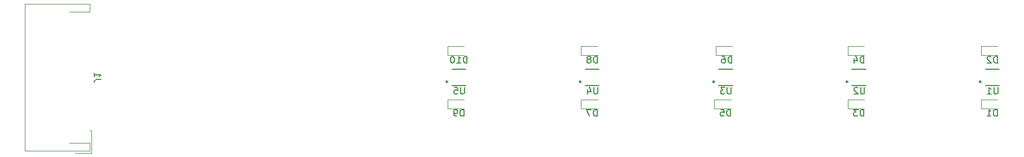
<source format=gbr>
%TF.GenerationSoftware,KiCad,Pcbnew,(5.1.7)-1*%
%TF.CreationDate,2020-11-11T22:14:19+01:00*%
%TF.ProjectId,rgb_sensor_v2,7267625f-7365-46e7-936f-725f76322e6b,rev?*%
%TF.SameCoordinates,Original*%
%TF.FileFunction,Legend,Bot*%
%TF.FilePolarity,Positive*%
%FSLAX46Y46*%
G04 Gerber Fmt 4.6, Leading zero omitted, Abs format (unit mm)*
G04 Created by KiCad (PCBNEW (5.1.7)-1) date 2020-11-11 22:14:19*
%MOMM*%
%LPD*%
G01*
G04 APERTURE LIST*
%ADD10C,0.120000*%
%ADD11C,0.250000*%
%ADD12C,0.150000*%
G04 APERTURE END LIST*
D10*
%TO.C,J1*%
X90010000Y-107340000D02*
X93010000Y-107340000D01*
X93010000Y-107340000D02*
X93010000Y-108560000D01*
X93010000Y-108560000D02*
X83290000Y-108560000D01*
X83290000Y-108560000D02*
X83290000Y-97500000D01*
X90010000Y-87660000D02*
X93010000Y-87660000D01*
X93010000Y-87660000D02*
X93010000Y-86440000D01*
X93010000Y-86440000D02*
X83290000Y-86440000D01*
X83290000Y-86440000D02*
X83290000Y-97500000D01*
X93060000Y-105500000D02*
X93310000Y-105500000D01*
X93310000Y-105500000D02*
X93310000Y-108860000D01*
X93310000Y-108860000D02*
X90810000Y-108860000D01*
D11*
%TO.C,U5*%
X146725000Y-98149999D02*
G75*
G03*
X146725000Y-98149999I-125000J0D01*
G01*
D12*
X147362500Y-98724999D02*
X147362500Y-98737499D01*
X147362500Y-96262499D02*
X147362500Y-96274998D01*
X147362500Y-96262499D02*
X149437500Y-96262499D01*
X149437500Y-98725000D02*
X149437500Y-98737499D01*
X149437500Y-96262499D02*
X149437500Y-96274998D01*
X147362500Y-98737499D02*
X149437500Y-98737499D01*
D11*
%TO.C,U4*%
X166725000Y-98149999D02*
G75*
G03*
X166725000Y-98149999I-125000J0D01*
G01*
D12*
X167362500Y-98724999D02*
X167362500Y-98737499D01*
X167362500Y-96262499D02*
X167362500Y-96274998D01*
X167362500Y-96262499D02*
X169437500Y-96262499D01*
X169437500Y-98725000D02*
X169437500Y-98737499D01*
X169437500Y-96262499D02*
X169437500Y-96274998D01*
X167362500Y-98737499D02*
X169437500Y-98737499D01*
D11*
%TO.C,U3*%
X186725000Y-98149999D02*
G75*
G03*
X186725000Y-98149999I-125000J0D01*
G01*
D12*
X187362500Y-98724999D02*
X187362500Y-98737499D01*
X187362500Y-96262499D02*
X187362500Y-96274998D01*
X187362500Y-96262499D02*
X189437500Y-96262499D01*
X189437500Y-98725000D02*
X189437500Y-98737499D01*
X189437500Y-96262499D02*
X189437500Y-96274998D01*
X187362500Y-98737499D02*
X189437500Y-98737499D01*
D11*
%TO.C,U2*%
X206725000Y-98149999D02*
G75*
G03*
X206725000Y-98149999I-125000J0D01*
G01*
D12*
X207362500Y-98724999D02*
X207362500Y-98737499D01*
X207362500Y-96262499D02*
X207362500Y-96274998D01*
X207362500Y-96262499D02*
X209437500Y-96262499D01*
X209437500Y-98725000D02*
X209437500Y-98737499D01*
X209437500Y-96262499D02*
X209437500Y-96274998D01*
X207362500Y-98737499D02*
X209437500Y-98737499D01*
D11*
%TO.C,U1*%
X226725000Y-98149999D02*
G75*
G03*
X226725000Y-98149999I-125000J0D01*
G01*
D12*
X227362500Y-98724999D02*
X227362500Y-98737499D01*
X227362500Y-96262499D02*
X227362500Y-96274998D01*
X227362500Y-96262499D02*
X229437500Y-96262499D01*
X229437500Y-98725000D02*
X229437500Y-98737499D01*
X229437500Y-96262499D02*
X229437500Y-96274998D01*
X227362500Y-98737499D02*
X229437500Y-98737499D01*
D10*
%TO.C,D10*%
X149200000Y-94185000D02*
X146715000Y-94185000D01*
X146715000Y-94185000D02*
X146715000Y-92815000D01*
X146715000Y-92815000D02*
X149200000Y-92815000D01*
%TO.C,D9*%
X149200000Y-102185000D02*
X146715000Y-102185000D01*
X146715000Y-102185000D02*
X146715000Y-100815000D01*
X146715000Y-100815000D02*
X149200000Y-100815000D01*
%TO.C,D8*%
X169200000Y-94185000D02*
X166715000Y-94185000D01*
X166715000Y-94185000D02*
X166715000Y-92815000D01*
X166715000Y-92815000D02*
X169200000Y-92815000D01*
%TO.C,D7*%
X169200000Y-102185000D02*
X166715000Y-102185000D01*
X166715000Y-102185000D02*
X166715000Y-100815000D01*
X166715000Y-100815000D02*
X169200000Y-100815000D01*
%TO.C,D6*%
X189387500Y-94185000D02*
X186902500Y-94185000D01*
X186902500Y-94185000D02*
X186902500Y-92815000D01*
X186902500Y-92815000D02*
X189387500Y-92815000D01*
%TO.C,D5*%
X189200000Y-102185000D02*
X186715000Y-102185000D01*
X186715000Y-102185000D02*
X186715000Y-100815000D01*
X186715000Y-100815000D02*
X189200000Y-100815000D01*
%TO.C,D4*%
X209200000Y-94185000D02*
X206715000Y-94185000D01*
X206715000Y-94185000D02*
X206715000Y-92815000D01*
X206715000Y-92815000D02*
X209200000Y-92815000D01*
%TO.C,D3*%
X209200000Y-102185000D02*
X206715000Y-102185000D01*
X206715000Y-102185000D02*
X206715000Y-100815000D01*
X206715000Y-100815000D02*
X209200000Y-100815000D01*
%TO.C,D2*%
X229200000Y-94185000D02*
X226715000Y-94185000D01*
X226715000Y-94185000D02*
X226715000Y-92815000D01*
X226715000Y-92815000D02*
X229200000Y-92815000D01*
%TO.C,D1*%
X229200000Y-102185000D02*
X226715000Y-102185000D01*
X226715000Y-102185000D02*
X226715000Y-100815000D01*
X226715000Y-100815000D02*
X229200000Y-100815000D01*
%TO.C,J1*%
D12*
X94747619Y-97833333D02*
X94033333Y-97833333D01*
X93890476Y-97880952D01*
X93795238Y-97976190D01*
X93747619Y-98119047D01*
X93747619Y-98214285D01*
X93747619Y-96833333D02*
X93747619Y-97404761D01*
X93747619Y-97119047D02*
X94747619Y-97119047D01*
X94604761Y-97214285D01*
X94509523Y-97309523D01*
X94461904Y-97404761D01*
%TO.C,U5*%
X149221904Y-98989879D02*
X149221904Y-99799403D01*
X149174285Y-99894641D01*
X149126666Y-99942260D01*
X149031428Y-99989879D01*
X148840952Y-99989879D01*
X148745714Y-99942260D01*
X148698095Y-99894641D01*
X148650476Y-99799403D01*
X148650476Y-98989879D01*
X147698095Y-98989879D02*
X148174285Y-98989879D01*
X148221904Y-99466070D01*
X148174285Y-99418451D01*
X148079047Y-99370832D01*
X147840952Y-99370832D01*
X147745714Y-99418451D01*
X147698095Y-99466070D01*
X147650476Y-99561308D01*
X147650476Y-99799403D01*
X147698095Y-99894641D01*
X147745714Y-99942260D01*
X147840952Y-99989879D01*
X148079047Y-99989879D01*
X148174285Y-99942260D01*
X148221904Y-99894641D01*
%TO.C,U4*%
X169221904Y-98989879D02*
X169221904Y-99799403D01*
X169174285Y-99894641D01*
X169126666Y-99942260D01*
X169031428Y-99989879D01*
X168840952Y-99989879D01*
X168745714Y-99942260D01*
X168698095Y-99894641D01*
X168650476Y-99799403D01*
X168650476Y-98989879D01*
X167745714Y-99323213D02*
X167745714Y-99989879D01*
X167983809Y-98942260D02*
X168221904Y-99656546D01*
X167602857Y-99656546D01*
%TO.C,U3*%
X189221904Y-98989879D02*
X189221904Y-99799403D01*
X189174285Y-99894641D01*
X189126666Y-99942260D01*
X189031428Y-99989879D01*
X188840952Y-99989879D01*
X188745714Y-99942260D01*
X188698095Y-99894641D01*
X188650476Y-99799403D01*
X188650476Y-98989879D01*
X188269523Y-98989879D02*
X187650476Y-98989879D01*
X187983809Y-99370832D01*
X187840952Y-99370832D01*
X187745714Y-99418451D01*
X187698095Y-99466070D01*
X187650476Y-99561308D01*
X187650476Y-99799403D01*
X187698095Y-99894641D01*
X187745714Y-99942260D01*
X187840952Y-99989879D01*
X188126666Y-99989879D01*
X188221904Y-99942260D01*
X188269523Y-99894641D01*
%TO.C,U2*%
X209221904Y-98989879D02*
X209221904Y-99799403D01*
X209174285Y-99894641D01*
X209126666Y-99942260D01*
X209031428Y-99989879D01*
X208840952Y-99989879D01*
X208745714Y-99942260D01*
X208698095Y-99894641D01*
X208650476Y-99799403D01*
X208650476Y-98989879D01*
X208221904Y-99085118D02*
X208174285Y-99037499D01*
X208079047Y-98989879D01*
X207840952Y-98989879D01*
X207745714Y-99037499D01*
X207698095Y-99085118D01*
X207650476Y-99180356D01*
X207650476Y-99275594D01*
X207698095Y-99418451D01*
X208269523Y-99989879D01*
X207650476Y-99989879D01*
%TO.C,U1*%
X229221904Y-98989879D02*
X229221904Y-99799403D01*
X229174285Y-99894641D01*
X229126666Y-99942260D01*
X229031428Y-99989879D01*
X228840952Y-99989879D01*
X228745714Y-99942260D01*
X228698095Y-99894641D01*
X228650476Y-99799403D01*
X228650476Y-98989879D01*
X227650476Y-99989879D02*
X228221904Y-99989879D01*
X227936190Y-99989879D02*
X227936190Y-98989879D01*
X228031428Y-99132737D01*
X228126666Y-99227975D01*
X228221904Y-99275594D01*
%TO.C,D10*%
X149614285Y-95332380D02*
X149614285Y-94332380D01*
X149376190Y-94332380D01*
X149233333Y-94380000D01*
X149138095Y-94475238D01*
X149090476Y-94570476D01*
X149042857Y-94760952D01*
X149042857Y-94903809D01*
X149090476Y-95094285D01*
X149138095Y-95189523D01*
X149233333Y-95284761D01*
X149376190Y-95332380D01*
X149614285Y-95332380D01*
X148090476Y-95332380D02*
X148661904Y-95332380D01*
X148376190Y-95332380D02*
X148376190Y-94332380D01*
X148471428Y-94475238D01*
X148566666Y-94570476D01*
X148661904Y-94618095D01*
X147471428Y-94332380D02*
X147376190Y-94332380D01*
X147280952Y-94380000D01*
X147233333Y-94427619D01*
X147185714Y-94522857D01*
X147138095Y-94713333D01*
X147138095Y-94951428D01*
X147185714Y-95141904D01*
X147233333Y-95237142D01*
X147280952Y-95284761D01*
X147376190Y-95332380D01*
X147471428Y-95332380D01*
X147566666Y-95284761D01*
X147614285Y-95237142D01*
X147661904Y-95141904D01*
X147709523Y-94951428D01*
X147709523Y-94713333D01*
X147661904Y-94522857D01*
X147614285Y-94427619D01*
X147566666Y-94380000D01*
X147471428Y-94332380D01*
%TO.C,D9*%
X149138095Y-103332380D02*
X149138095Y-102332380D01*
X148900000Y-102332380D01*
X148757142Y-102380000D01*
X148661904Y-102475238D01*
X148614285Y-102570476D01*
X148566666Y-102760952D01*
X148566666Y-102903809D01*
X148614285Y-103094285D01*
X148661904Y-103189523D01*
X148757142Y-103284761D01*
X148900000Y-103332380D01*
X149138095Y-103332380D01*
X148090476Y-103332380D02*
X147900000Y-103332380D01*
X147804761Y-103284761D01*
X147757142Y-103237142D01*
X147661904Y-103094285D01*
X147614285Y-102903809D01*
X147614285Y-102522857D01*
X147661904Y-102427619D01*
X147709523Y-102380000D01*
X147804761Y-102332380D01*
X147995238Y-102332380D01*
X148090476Y-102380000D01*
X148138095Y-102427619D01*
X148185714Y-102522857D01*
X148185714Y-102760952D01*
X148138095Y-102856190D01*
X148090476Y-102903809D01*
X147995238Y-102951428D01*
X147804761Y-102951428D01*
X147709523Y-102903809D01*
X147661904Y-102856190D01*
X147614285Y-102760952D01*
%TO.C,D8*%
X169138095Y-95332380D02*
X169138095Y-94332380D01*
X168900000Y-94332380D01*
X168757142Y-94380000D01*
X168661904Y-94475238D01*
X168614285Y-94570476D01*
X168566666Y-94760952D01*
X168566666Y-94903809D01*
X168614285Y-95094285D01*
X168661904Y-95189523D01*
X168757142Y-95284761D01*
X168900000Y-95332380D01*
X169138095Y-95332380D01*
X167995238Y-94760952D02*
X168090476Y-94713333D01*
X168138095Y-94665714D01*
X168185714Y-94570476D01*
X168185714Y-94522857D01*
X168138095Y-94427619D01*
X168090476Y-94380000D01*
X167995238Y-94332380D01*
X167804761Y-94332380D01*
X167709523Y-94380000D01*
X167661904Y-94427619D01*
X167614285Y-94522857D01*
X167614285Y-94570476D01*
X167661904Y-94665714D01*
X167709523Y-94713333D01*
X167804761Y-94760952D01*
X167995238Y-94760952D01*
X168090476Y-94808571D01*
X168138095Y-94856190D01*
X168185714Y-94951428D01*
X168185714Y-95141904D01*
X168138095Y-95237142D01*
X168090476Y-95284761D01*
X167995238Y-95332380D01*
X167804761Y-95332380D01*
X167709523Y-95284761D01*
X167661904Y-95237142D01*
X167614285Y-95141904D01*
X167614285Y-94951428D01*
X167661904Y-94856190D01*
X167709523Y-94808571D01*
X167804761Y-94760952D01*
%TO.C,D7*%
X169138095Y-103332380D02*
X169138095Y-102332380D01*
X168900000Y-102332380D01*
X168757142Y-102380000D01*
X168661904Y-102475238D01*
X168614285Y-102570476D01*
X168566666Y-102760952D01*
X168566666Y-102903809D01*
X168614285Y-103094285D01*
X168661904Y-103189523D01*
X168757142Y-103284761D01*
X168900000Y-103332380D01*
X169138095Y-103332380D01*
X168233333Y-102332380D02*
X167566666Y-102332380D01*
X167995238Y-103332380D01*
%TO.C,D6*%
X189325595Y-95332380D02*
X189325595Y-94332380D01*
X189087500Y-94332380D01*
X188944642Y-94380000D01*
X188849404Y-94475238D01*
X188801785Y-94570476D01*
X188754166Y-94760952D01*
X188754166Y-94903809D01*
X188801785Y-95094285D01*
X188849404Y-95189523D01*
X188944642Y-95284761D01*
X189087500Y-95332380D01*
X189325595Y-95332380D01*
X187897023Y-94332380D02*
X188087500Y-94332380D01*
X188182738Y-94380000D01*
X188230357Y-94427619D01*
X188325595Y-94570476D01*
X188373214Y-94760952D01*
X188373214Y-95141904D01*
X188325595Y-95237142D01*
X188277976Y-95284761D01*
X188182738Y-95332380D01*
X187992261Y-95332380D01*
X187897023Y-95284761D01*
X187849404Y-95237142D01*
X187801785Y-95141904D01*
X187801785Y-94903809D01*
X187849404Y-94808571D01*
X187897023Y-94760952D01*
X187992261Y-94713333D01*
X188182738Y-94713333D01*
X188277976Y-94760952D01*
X188325595Y-94808571D01*
X188373214Y-94903809D01*
%TO.C,D5*%
X189138095Y-103332380D02*
X189138095Y-102332380D01*
X188900000Y-102332380D01*
X188757142Y-102380000D01*
X188661904Y-102475238D01*
X188614285Y-102570476D01*
X188566666Y-102760952D01*
X188566666Y-102903809D01*
X188614285Y-103094285D01*
X188661904Y-103189523D01*
X188757142Y-103284761D01*
X188900000Y-103332380D01*
X189138095Y-103332380D01*
X187661904Y-102332380D02*
X188138095Y-102332380D01*
X188185714Y-102808571D01*
X188138095Y-102760952D01*
X188042857Y-102713333D01*
X187804761Y-102713333D01*
X187709523Y-102760952D01*
X187661904Y-102808571D01*
X187614285Y-102903809D01*
X187614285Y-103141904D01*
X187661904Y-103237142D01*
X187709523Y-103284761D01*
X187804761Y-103332380D01*
X188042857Y-103332380D01*
X188138095Y-103284761D01*
X188185714Y-103237142D01*
%TO.C,D4*%
X209138095Y-95332380D02*
X209138095Y-94332380D01*
X208900000Y-94332380D01*
X208757142Y-94380000D01*
X208661904Y-94475238D01*
X208614285Y-94570476D01*
X208566666Y-94760952D01*
X208566666Y-94903809D01*
X208614285Y-95094285D01*
X208661904Y-95189523D01*
X208757142Y-95284761D01*
X208900000Y-95332380D01*
X209138095Y-95332380D01*
X207709523Y-94665714D02*
X207709523Y-95332380D01*
X207947619Y-94284761D02*
X208185714Y-94999047D01*
X207566666Y-94999047D01*
%TO.C,D3*%
X209138095Y-103332380D02*
X209138095Y-102332380D01*
X208900000Y-102332380D01*
X208757142Y-102380000D01*
X208661904Y-102475238D01*
X208614285Y-102570476D01*
X208566666Y-102760952D01*
X208566666Y-102903809D01*
X208614285Y-103094285D01*
X208661904Y-103189523D01*
X208757142Y-103284761D01*
X208900000Y-103332380D01*
X209138095Y-103332380D01*
X208233333Y-102332380D02*
X207614285Y-102332380D01*
X207947619Y-102713333D01*
X207804761Y-102713333D01*
X207709523Y-102760952D01*
X207661904Y-102808571D01*
X207614285Y-102903809D01*
X207614285Y-103141904D01*
X207661904Y-103237142D01*
X207709523Y-103284761D01*
X207804761Y-103332380D01*
X208090476Y-103332380D01*
X208185714Y-103284761D01*
X208233333Y-103237142D01*
%TO.C,D2*%
X229138095Y-95332380D02*
X229138095Y-94332380D01*
X228900000Y-94332380D01*
X228757142Y-94380000D01*
X228661904Y-94475238D01*
X228614285Y-94570476D01*
X228566666Y-94760952D01*
X228566666Y-94903809D01*
X228614285Y-95094285D01*
X228661904Y-95189523D01*
X228757142Y-95284761D01*
X228900000Y-95332380D01*
X229138095Y-95332380D01*
X228185714Y-94427619D02*
X228138095Y-94380000D01*
X228042857Y-94332380D01*
X227804761Y-94332380D01*
X227709523Y-94380000D01*
X227661904Y-94427619D01*
X227614285Y-94522857D01*
X227614285Y-94618095D01*
X227661904Y-94760952D01*
X228233333Y-95332380D01*
X227614285Y-95332380D01*
%TO.C,D1*%
X229138095Y-103332380D02*
X229138095Y-102332380D01*
X228900000Y-102332380D01*
X228757142Y-102380000D01*
X228661904Y-102475238D01*
X228614285Y-102570476D01*
X228566666Y-102760952D01*
X228566666Y-102903809D01*
X228614285Y-103094285D01*
X228661904Y-103189523D01*
X228757142Y-103284761D01*
X228900000Y-103332380D01*
X229138095Y-103332380D01*
X227614285Y-103332380D02*
X228185714Y-103332380D01*
X227900000Y-103332380D02*
X227900000Y-102332380D01*
X227995238Y-102475238D01*
X228090476Y-102570476D01*
X228185714Y-102618095D01*
%TD*%
M02*

</source>
